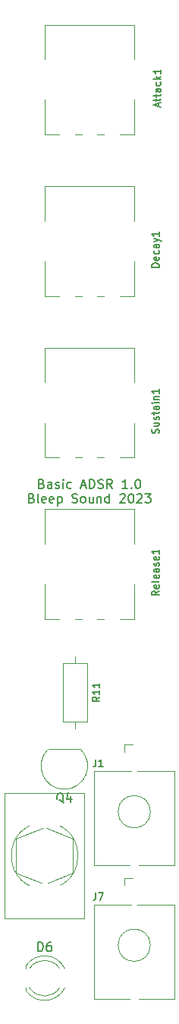
<source format=gto>
G04 #@! TF.GenerationSoftware,KiCad,Pcbnew,7.0.7-7.0.7~ubuntu22.04.1*
G04 #@! TF.CreationDate,2023-09-25T23:33:45+02:00*
G04 #@! TF.ProjectId,Basic-ADSR,42617369-632d-4414-9453-522e6b696361,rev?*
G04 #@! TF.SameCoordinates,Original*
G04 #@! TF.FileFunction,Legend,Top*
G04 #@! TF.FilePolarity,Positive*
%FSLAX46Y46*%
G04 Gerber Fmt 4.6, Leading zero omitted, Abs format (unit mm)*
G04 Created by KiCad (PCBNEW 7.0.7-7.0.7~ubuntu22.04.1) date 2023-09-25 23:33:45*
%MOMM*%
%LPD*%
G01*
G04 APERTURE LIST*
%ADD10C,0.150000*%
%ADD11C,0.120000*%
%ADD12R,1.800000X1.800000*%
%ADD13C,1.800000*%
%ADD14C,4.000000*%
%ADD15C,1.600000*%
%ADD16O,1.600000X1.600000*%
%ADD17O,5.000000X3.200000*%
%ADD18R,1.930000X1.830000*%
%ADD19C,2.130000*%
%ADD20C,3.200000*%
%ADD21R,1.050000X1.500000*%
%ADD22O,1.050000X1.500000*%
%ADD23R,1.700000X1.700000*%
%ADD24O,1.700000X1.700000*%
G04 APERTURE END LIST*
D10*
X68690476Y-85626009D02*
X68833333Y-85673628D01*
X68833333Y-85673628D02*
X68880952Y-85721247D01*
X68880952Y-85721247D02*
X68928571Y-85816485D01*
X68928571Y-85816485D02*
X68928571Y-85959342D01*
X68928571Y-85959342D02*
X68880952Y-86054580D01*
X68880952Y-86054580D02*
X68833333Y-86102200D01*
X68833333Y-86102200D02*
X68738095Y-86149819D01*
X68738095Y-86149819D02*
X68357143Y-86149819D01*
X68357143Y-86149819D02*
X68357143Y-85149819D01*
X68357143Y-85149819D02*
X68690476Y-85149819D01*
X68690476Y-85149819D02*
X68785714Y-85197438D01*
X68785714Y-85197438D02*
X68833333Y-85245057D01*
X68833333Y-85245057D02*
X68880952Y-85340295D01*
X68880952Y-85340295D02*
X68880952Y-85435533D01*
X68880952Y-85435533D02*
X68833333Y-85530771D01*
X68833333Y-85530771D02*
X68785714Y-85578390D01*
X68785714Y-85578390D02*
X68690476Y-85626009D01*
X68690476Y-85626009D02*
X68357143Y-85626009D01*
X69785714Y-86149819D02*
X69785714Y-85626009D01*
X69785714Y-85626009D02*
X69738095Y-85530771D01*
X69738095Y-85530771D02*
X69642857Y-85483152D01*
X69642857Y-85483152D02*
X69452381Y-85483152D01*
X69452381Y-85483152D02*
X69357143Y-85530771D01*
X69785714Y-86102200D02*
X69690476Y-86149819D01*
X69690476Y-86149819D02*
X69452381Y-86149819D01*
X69452381Y-86149819D02*
X69357143Y-86102200D01*
X69357143Y-86102200D02*
X69309524Y-86006961D01*
X69309524Y-86006961D02*
X69309524Y-85911723D01*
X69309524Y-85911723D02*
X69357143Y-85816485D01*
X69357143Y-85816485D02*
X69452381Y-85768866D01*
X69452381Y-85768866D02*
X69690476Y-85768866D01*
X69690476Y-85768866D02*
X69785714Y-85721247D01*
X70214286Y-86102200D02*
X70309524Y-86149819D01*
X70309524Y-86149819D02*
X70500000Y-86149819D01*
X70500000Y-86149819D02*
X70595238Y-86102200D01*
X70595238Y-86102200D02*
X70642857Y-86006961D01*
X70642857Y-86006961D02*
X70642857Y-85959342D01*
X70642857Y-85959342D02*
X70595238Y-85864104D01*
X70595238Y-85864104D02*
X70500000Y-85816485D01*
X70500000Y-85816485D02*
X70357143Y-85816485D01*
X70357143Y-85816485D02*
X70261905Y-85768866D01*
X70261905Y-85768866D02*
X70214286Y-85673628D01*
X70214286Y-85673628D02*
X70214286Y-85626009D01*
X70214286Y-85626009D02*
X70261905Y-85530771D01*
X70261905Y-85530771D02*
X70357143Y-85483152D01*
X70357143Y-85483152D02*
X70500000Y-85483152D01*
X70500000Y-85483152D02*
X70595238Y-85530771D01*
X71071429Y-86149819D02*
X71071429Y-85483152D01*
X71071429Y-85149819D02*
X71023810Y-85197438D01*
X71023810Y-85197438D02*
X71071429Y-85245057D01*
X71071429Y-85245057D02*
X71119048Y-85197438D01*
X71119048Y-85197438D02*
X71071429Y-85149819D01*
X71071429Y-85149819D02*
X71071429Y-85245057D01*
X71976190Y-86102200D02*
X71880952Y-86149819D01*
X71880952Y-86149819D02*
X71690476Y-86149819D01*
X71690476Y-86149819D02*
X71595238Y-86102200D01*
X71595238Y-86102200D02*
X71547619Y-86054580D01*
X71547619Y-86054580D02*
X71500000Y-85959342D01*
X71500000Y-85959342D02*
X71500000Y-85673628D01*
X71500000Y-85673628D02*
X71547619Y-85578390D01*
X71547619Y-85578390D02*
X71595238Y-85530771D01*
X71595238Y-85530771D02*
X71690476Y-85483152D01*
X71690476Y-85483152D02*
X71880952Y-85483152D01*
X71880952Y-85483152D02*
X71976190Y-85530771D01*
X73119048Y-85864104D02*
X73595238Y-85864104D01*
X73023810Y-86149819D02*
X73357143Y-85149819D01*
X73357143Y-85149819D02*
X73690476Y-86149819D01*
X74023810Y-86149819D02*
X74023810Y-85149819D01*
X74023810Y-85149819D02*
X74261905Y-85149819D01*
X74261905Y-85149819D02*
X74404762Y-85197438D01*
X74404762Y-85197438D02*
X74500000Y-85292676D01*
X74500000Y-85292676D02*
X74547619Y-85387914D01*
X74547619Y-85387914D02*
X74595238Y-85578390D01*
X74595238Y-85578390D02*
X74595238Y-85721247D01*
X74595238Y-85721247D02*
X74547619Y-85911723D01*
X74547619Y-85911723D02*
X74500000Y-86006961D01*
X74500000Y-86006961D02*
X74404762Y-86102200D01*
X74404762Y-86102200D02*
X74261905Y-86149819D01*
X74261905Y-86149819D02*
X74023810Y-86149819D01*
X74976191Y-86102200D02*
X75119048Y-86149819D01*
X75119048Y-86149819D02*
X75357143Y-86149819D01*
X75357143Y-86149819D02*
X75452381Y-86102200D01*
X75452381Y-86102200D02*
X75500000Y-86054580D01*
X75500000Y-86054580D02*
X75547619Y-85959342D01*
X75547619Y-85959342D02*
X75547619Y-85864104D01*
X75547619Y-85864104D02*
X75500000Y-85768866D01*
X75500000Y-85768866D02*
X75452381Y-85721247D01*
X75452381Y-85721247D02*
X75357143Y-85673628D01*
X75357143Y-85673628D02*
X75166667Y-85626009D01*
X75166667Y-85626009D02*
X75071429Y-85578390D01*
X75071429Y-85578390D02*
X75023810Y-85530771D01*
X75023810Y-85530771D02*
X74976191Y-85435533D01*
X74976191Y-85435533D02*
X74976191Y-85340295D01*
X74976191Y-85340295D02*
X75023810Y-85245057D01*
X75023810Y-85245057D02*
X75071429Y-85197438D01*
X75071429Y-85197438D02*
X75166667Y-85149819D01*
X75166667Y-85149819D02*
X75404762Y-85149819D01*
X75404762Y-85149819D02*
X75547619Y-85197438D01*
X76547619Y-86149819D02*
X76214286Y-85673628D01*
X75976191Y-86149819D02*
X75976191Y-85149819D01*
X75976191Y-85149819D02*
X76357143Y-85149819D01*
X76357143Y-85149819D02*
X76452381Y-85197438D01*
X76452381Y-85197438D02*
X76500000Y-85245057D01*
X76500000Y-85245057D02*
X76547619Y-85340295D01*
X76547619Y-85340295D02*
X76547619Y-85483152D01*
X76547619Y-85483152D02*
X76500000Y-85578390D01*
X76500000Y-85578390D02*
X76452381Y-85626009D01*
X76452381Y-85626009D02*
X76357143Y-85673628D01*
X76357143Y-85673628D02*
X75976191Y-85673628D01*
X78261905Y-86149819D02*
X77690477Y-86149819D01*
X77976191Y-86149819D02*
X77976191Y-85149819D01*
X77976191Y-85149819D02*
X77880953Y-85292676D01*
X77880953Y-85292676D02*
X77785715Y-85387914D01*
X77785715Y-85387914D02*
X77690477Y-85435533D01*
X78690477Y-86054580D02*
X78738096Y-86102200D01*
X78738096Y-86102200D02*
X78690477Y-86149819D01*
X78690477Y-86149819D02*
X78642858Y-86102200D01*
X78642858Y-86102200D02*
X78690477Y-86054580D01*
X78690477Y-86054580D02*
X78690477Y-86149819D01*
X79357143Y-85149819D02*
X79452381Y-85149819D01*
X79452381Y-85149819D02*
X79547619Y-85197438D01*
X79547619Y-85197438D02*
X79595238Y-85245057D01*
X79595238Y-85245057D02*
X79642857Y-85340295D01*
X79642857Y-85340295D02*
X79690476Y-85530771D01*
X79690476Y-85530771D02*
X79690476Y-85768866D01*
X79690476Y-85768866D02*
X79642857Y-85959342D01*
X79642857Y-85959342D02*
X79595238Y-86054580D01*
X79595238Y-86054580D02*
X79547619Y-86102200D01*
X79547619Y-86102200D02*
X79452381Y-86149819D01*
X79452381Y-86149819D02*
X79357143Y-86149819D01*
X79357143Y-86149819D02*
X79261905Y-86102200D01*
X79261905Y-86102200D02*
X79214286Y-86054580D01*
X79214286Y-86054580D02*
X79166667Y-85959342D01*
X79166667Y-85959342D02*
X79119048Y-85768866D01*
X79119048Y-85768866D02*
X79119048Y-85530771D01*
X79119048Y-85530771D02*
X79166667Y-85340295D01*
X79166667Y-85340295D02*
X79214286Y-85245057D01*
X79214286Y-85245057D02*
X79261905Y-85197438D01*
X79261905Y-85197438D02*
X79357143Y-85149819D01*
X67547618Y-87236009D02*
X67690475Y-87283628D01*
X67690475Y-87283628D02*
X67738094Y-87331247D01*
X67738094Y-87331247D02*
X67785713Y-87426485D01*
X67785713Y-87426485D02*
X67785713Y-87569342D01*
X67785713Y-87569342D02*
X67738094Y-87664580D01*
X67738094Y-87664580D02*
X67690475Y-87712200D01*
X67690475Y-87712200D02*
X67595237Y-87759819D01*
X67595237Y-87759819D02*
X67214285Y-87759819D01*
X67214285Y-87759819D02*
X67214285Y-86759819D01*
X67214285Y-86759819D02*
X67547618Y-86759819D01*
X67547618Y-86759819D02*
X67642856Y-86807438D01*
X67642856Y-86807438D02*
X67690475Y-86855057D01*
X67690475Y-86855057D02*
X67738094Y-86950295D01*
X67738094Y-86950295D02*
X67738094Y-87045533D01*
X67738094Y-87045533D02*
X67690475Y-87140771D01*
X67690475Y-87140771D02*
X67642856Y-87188390D01*
X67642856Y-87188390D02*
X67547618Y-87236009D01*
X67547618Y-87236009D02*
X67214285Y-87236009D01*
X68357142Y-87759819D02*
X68261904Y-87712200D01*
X68261904Y-87712200D02*
X68214285Y-87616961D01*
X68214285Y-87616961D02*
X68214285Y-86759819D01*
X69119047Y-87712200D02*
X69023809Y-87759819D01*
X69023809Y-87759819D02*
X68833333Y-87759819D01*
X68833333Y-87759819D02*
X68738095Y-87712200D01*
X68738095Y-87712200D02*
X68690476Y-87616961D01*
X68690476Y-87616961D02*
X68690476Y-87236009D01*
X68690476Y-87236009D02*
X68738095Y-87140771D01*
X68738095Y-87140771D02*
X68833333Y-87093152D01*
X68833333Y-87093152D02*
X69023809Y-87093152D01*
X69023809Y-87093152D02*
X69119047Y-87140771D01*
X69119047Y-87140771D02*
X69166666Y-87236009D01*
X69166666Y-87236009D02*
X69166666Y-87331247D01*
X69166666Y-87331247D02*
X68690476Y-87426485D01*
X69976190Y-87712200D02*
X69880952Y-87759819D01*
X69880952Y-87759819D02*
X69690476Y-87759819D01*
X69690476Y-87759819D02*
X69595238Y-87712200D01*
X69595238Y-87712200D02*
X69547619Y-87616961D01*
X69547619Y-87616961D02*
X69547619Y-87236009D01*
X69547619Y-87236009D02*
X69595238Y-87140771D01*
X69595238Y-87140771D02*
X69690476Y-87093152D01*
X69690476Y-87093152D02*
X69880952Y-87093152D01*
X69880952Y-87093152D02*
X69976190Y-87140771D01*
X69976190Y-87140771D02*
X70023809Y-87236009D01*
X70023809Y-87236009D02*
X70023809Y-87331247D01*
X70023809Y-87331247D02*
X69547619Y-87426485D01*
X70452381Y-87093152D02*
X70452381Y-88093152D01*
X70452381Y-87140771D02*
X70547619Y-87093152D01*
X70547619Y-87093152D02*
X70738095Y-87093152D01*
X70738095Y-87093152D02*
X70833333Y-87140771D01*
X70833333Y-87140771D02*
X70880952Y-87188390D01*
X70880952Y-87188390D02*
X70928571Y-87283628D01*
X70928571Y-87283628D02*
X70928571Y-87569342D01*
X70928571Y-87569342D02*
X70880952Y-87664580D01*
X70880952Y-87664580D02*
X70833333Y-87712200D01*
X70833333Y-87712200D02*
X70738095Y-87759819D01*
X70738095Y-87759819D02*
X70547619Y-87759819D01*
X70547619Y-87759819D02*
X70452381Y-87712200D01*
X72071429Y-87712200D02*
X72214286Y-87759819D01*
X72214286Y-87759819D02*
X72452381Y-87759819D01*
X72452381Y-87759819D02*
X72547619Y-87712200D01*
X72547619Y-87712200D02*
X72595238Y-87664580D01*
X72595238Y-87664580D02*
X72642857Y-87569342D01*
X72642857Y-87569342D02*
X72642857Y-87474104D01*
X72642857Y-87474104D02*
X72595238Y-87378866D01*
X72595238Y-87378866D02*
X72547619Y-87331247D01*
X72547619Y-87331247D02*
X72452381Y-87283628D01*
X72452381Y-87283628D02*
X72261905Y-87236009D01*
X72261905Y-87236009D02*
X72166667Y-87188390D01*
X72166667Y-87188390D02*
X72119048Y-87140771D01*
X72119048Y-87140771D02*
X72071429Y-87045533D01*
X72071429Y-87045533D02*
X72071429Y-86950295D01*
X72071429Y-86950295D02*
X72119048Y-86855057D01*
X72119048Y-86855057D02*
X72166667Y-86807438D01*
X72166667Y-86807438D02*
X72261905Y-86759819D01*
X72261905Y-86759819D02*
X72500000Y-86759819D01*
X72500000Y-86759819D02*
X72642857Y-86807438D01*
X73214286Y-87759819D02*
X73119048Y-87712200D01*
X73119048Y-87712200D02*
X73071429Y-87664580D01*
X73071429Y-87664580D02*
X73023810Y-87569342D01*
X73023810Y-87569342D02*
X73023810Y-87283628D01*
X73023810Y-87283628D02*
X73071429Y-87188390D01*
X73071429Y-87188390D02*
X73119048Y-87140771D01*
X73119048Y-87140771D02*
X73214286Y-87093152D01*
X73214286Y-87093152D02*
X73357143Y-87093152D01*
X73357143Y-87093152D02*
X73452381Y-87140771D01*
X73452381Y-87140771D02*
X73500000Y-87188390D01*
X73500000Y-87188390D02*
X73547619Y-87283628D01*
X73547619Y-87283628D02*
X73547619Y-87569342D01*
X73547619Y-87569342D02*
X73500000Y-87664580D01*
X73500000Y-87664580D02*
X73452381Y-87712200D01*
X73452381Y-87712200D02*
X73357143Y-87759819D01*
X73357143Y-87759819D02*
X73214286Y-87759819D01*
X74404762Y-87093152D02*
X74404762Y-87759819D01*
X73976191Y-87093152D02*
X73976191Y-87616961D01*
X73976191Y-87616961D02*
X74023810Y-87712200D01*
X74023810Y-87712200D02*
X74119048Y-87759819D01*
X74119048Y-87759819D02*
X74261905Y-87759819D01*
X74261905Y-87759819D02*
X74357143Y-87712200D01*
X74357143Y-87712200D02*
X74404762Y-87664580D01*
X74880953Y-87093152D02*
X74880953Y-87759819D01*
X74880953Y-87188390D02*
X74928572Y-87140771D01*
X74928572Y-87140771D02*
X75023810Y-87093152D01*
X75023810Y-87093152D02*
X75166667Y-87093152D01*
X75166667Y-87093152D02*
X75261905Y-87140771D01*
X75261905Y-87140771D02*
X75309524Y-87236009D01*
X75309524Y-87236009D02*
X75309524Y-87759819D01*
X76214286Y-87759819D02*
X76214286Y-86759819D01*
X76214286Y-87712200D02*
X76119048Y-87759819D01*
X76119048Y-87759819D02*
X75928572Y-87759819D01*
X75928572Y-87759819D02*
X75833334Y-87712200D01*
X75833334Y-87712200D02*
X75785715Y-87664580D01*
X75785715Y-87664580D02*
X75738096Y-87569342D01*
X75738096Y-87569342D02*
X75738096Y-87283628D01*
X75738096Y-87283628D02*
X75785715Y-87188390D01*
X75785715Y-87188390D02*
X75833334Y-87140771D01*
X75833334Y-87140771D02*
X75928572Y-87093152D01*
X75928572Y-87093152D02*
X76119048Y-87093152D01*
X76119048Y-87093152D02*
X76214286Y-87140771D01*
X77404763Y-86855057D02*
X77452382Y-86807438D01*
X77452382Y-86807438D02*
X77547620Y-86759819D01*
X77547620Y-86759819D02*
X77785715Y-86759819D01*
X77785715Y-86759819D02*
X77880953Y-86807438D01*
X77880953Y-86807438D02*
X77928572Y-86855057D01*
X77928572Y-86855057D02*
X77976191Y-86950295D01*
X77976191Y-86950295D02*
X77976191Y-87045533D01*
X77976191Y-87045533D02*
X77928572Y-87188390D01*
X77928572Y-87188390D02*
X77357144Y-87759819D01*
X77357144Y-87759819D02*
X77976191Y-87759819D01*
X78595239Y-86759819D02*
X78690477Y-86759819D01*
X78690477Y-86759819D02*
X78785715Y-86807438D01*
X78785715Y-86807438D02*
X78833334Y-86855057D01*
X78833334Y-86855057D02*
X78880953Y-86950295D01*
X78880953Y-86950295D02*
X78928572Y-87140771D01*
X78928572Y-87140771D02*
X78928572Y-87378866D01*
X78928572Y-87378866D02*
X78880953Y-87569342D01*
X78880953Y-87569342D02*
X78833334Y-87664580D01*
X78833334Y-87664580D02*
X78785715Y-87712200D01*
X78785715Y-87712200D02*
X78690477Y-87759819D01*
X78690477Y-87759819D02*
X78595239Y-87759819D01*
X78595239Y-87759819D02*
X78500001Y-87712200D01*
X78500001Y-87712200D02*
X78452382Y-87664580D01*
X78452382Y-87664580D02*
X78404763Y-87569342D01*
X78404763Y-87569342D02*
X78357144Y-87378866D01*
X78357144Y-87378866D02*
X78357144Y-87140771D01*
X78357144Y-87140771D02*
X78404763Y-86950295D01*
X78404763Y-86950295D02*
X78452382Y-86855057D01*
X78452382Y-86855057D02*
X78500001Y-86807438D01*
X78500001Y-86807438D02*
X78595239Y-86759819D01*
X79309525Y-86855057D02*
X79357144Y-86807438D01*
X79357144Y-86807438D02*
X79452382Y-86759819D01*
X79452382Y-86759819D02*
X79690477Y-86759819D01*
X79690477Y-86759819D02*
X79785715Y-86807438D01*
X79785715Y-86807438D02*
X79833334Y-86855057D01*
X79833334Y-86855057D02*
X79880953Y-86950295D01*
X79880953Y-86950295D02*
X79880953Y-87045533D01*
X79880953Y-87045533D02*
X79833334Y-87188390D01*
X79833334Y-87188390D02*
X79261906Y-87759819D01*
X79261906Y-87759819D02*
X79880953Y-87759819D01*
X80214287Y-86759819D02*
X80833334Y-86759819D01*
X80833334Y-86759819D02*
X80500001Y-87140771D01*
X80500001Y-87140771D02*
X80642858Y-87140771D01*
X80642858Y-87140771D02*
X80738096Y-87188390D01*
X80738096Y-87188390D02*
X80785715Y-87236009D01*
X80785715Y-87236009D02*
X80833334Y-87331247D01*
X80833334Y-87331247D02*
X80833334Y-87569342D01*
X80833334Y-87569342D02*
X80785715Y-87664580D01*
X80785715Y-87664580D02*
X80738096Y-87712200D01*
X80738096Y-87712200D02*
X80642858Y-87759819D01*
X80642858Y-87759819D02*
X80357144Y-87759819D01*
X80357144Y-87759819D02*
X80261906Y-87712200D01*
X80261906Y-87712200D02*
X80214287Y-87664580D01*
X68256905Y-137744819D02*
X68256905Y-136744819D01*
X68256905Y-136744819D02*
X68495000Y-136744819D01*
X68495000Y-136744819D02*
X68637857Y-136792438D01*
X68637857Y-136792438D02*
X68733095Y-136887676D01*
X68733095Y-136887676D02*
X68780714Y-136982914D01*
X68780714Y-136982914D02*
X68828333Y-137173390D01*
X68828333Y-137173390D02*
X68828333Y-137316247D01*
X68828333Y-137316247D02*
X68780714Y-137506723D01*
X68780714Y-137506723D02*
X68733095Y-137601961D01*
X68733095Y-137601961D02*
X68637857Y-137697200D01*
X68637857Y-137697200D02*
X68495000Y-137744819D01*
X68495000Y-137744819D02*
X68256905Y-137744819D01*
X69685476Y-136744819D02*
X69495000Y-136744819D01*
X69495000Y-136744819D02*
X69399762Y-136792438D01*
X69399762Y-136792438D02*
X69352143Y-136840057D01*
X69352143Y-136840057D02*
X69256905Y-136982914D01*
X69256905Y-136982914D02*
X69209286Y-137173390D01*
X69209286Y-137173390D02*
X69209286Y-137554342D01*
X69209286Y-137554342D02*
X69256905Y-137649580D01*
X69256905Y-137649580D02*
X69304524Y-137697200D01*
X69304524Y-137697200D02*
X69399762Y-137744819D01*
X69399762Y-137744819D02*
X69590238Y-137744819D01*
X69590238Y-137744819D02*
X69685476Y-137697200D01*
X69685476Y-137697200D02*
X69733095Y-137649580D01*
X69733095Y-137649580D02*
X69780714Y-137554342D01*
X69780714Y-137554342D02*
X69780714Y-137316247D01*
X69780714Y-137316247D02*
X69733095Y-137221009D01*
X69733095Y-137221009D02*
X69685476Y-137173390D01*
X69685476Y-137173390D02*
X69590238Y-137125771D01*
X69590238Y-137125771D02*
X69399762Y-137125771D01*
X69399762Y-137125771D02*
X69304524Y-137173390D01*
X69304524Y-137173390D02*
X69256905Y-137221009D01*
X69256905Y-137221009D02*
X69209286Y-137316247D01*
X81724200Y-79988096D02*
X81762295Y-79873810D01*
X81762295Y-79873810D02*
X81762295Y-79683334D01*
X81762295Y-79683334D02*
X81724200Y-79607143D01*
X81724200Y-79607143D02*
X81686104Y-79569048D01*
X81686104Y-79569048D02*
X81609914Y-79530953D01*
X81609914Y-79530953D02*
X81533723Y-79530953D01*
X81533723Y-79530953D02*
X81457533Y-79569048D01*
X81457533Y-79569048D02*
X81419438Y-79607143D01*
X81419438Y-79607143D02*
X81381342Y-79683334D01*
X81381342Y-79683334D02*
X81343247Y-79835715D01*
X81343247Y-79835715D02*
X81305152Y-79911905D01*
X81305152Y-79911905D02*
X81267057Y-79950000D01*
X81267057Y-79950000D02*
X81190866Y-79988096D01*
X81190866Y-79988096D02*
X81114676Y-79988096D01*
X81114676Y-79988096D02*
X81038485Y-79950000D01*
X81038485Y-79950000D02*
X81000390Y-79911905D01*
X81000390Y-79911905D02*
X80962295Y-79835715D01*
X80962295Y-79835715D02*
X80962295Y-79645238D01*
X80962295Y-79645238D02*
X81000390Y-79530953D01*
X81228961Y-78845238D02*
X81762295Y-78845238D01*
X81228961Y-79188095D02*
X81648009Y-79188095D01*
X81648009Y-79188095D02*
X81724200Y-79150000D01*
X81724200Y-79150000D02*
X81762295Y-79073810D01*
X81762295Y-79073810D02*
X81762295Y-78959524D01*
X81762295Y-78959524D02*
X81724200Y-78883333D01*
X81724200Y-78883333D02*
X81686104Y-78845238D01*
X81724200Y-78502381D02*
X81762295Y-78426190D01*
X81762295Y-78426190D02*
X81762295Y-78273809D01*
X81762295Y-78273809D02*
X81724200Y-78197619D01*
X81724200Y-78197619D02*
X81648009Y-78159523D01*
X81648009Y-78159523D02*
X81609914Y-78159523D01*
X81609914Y-78159523D02*
X81533723Y-78197619D01*
X81533723Y-78197619D02*
X81495628Y-78273809D01*
X81495628Y-78273809D02*
X81495628Y-78388095D01*
X81495628Y-78388095D02*
X81457533Y-78464285D01*
X81457533Y-78464285D02*
X81381342Y-78502381D01*
X81381342Y-78502381D02*
X81343247Y-78502381D01*
X81343247Y-78502381D02*
X81267057Y-78464285D01*
X81267057Y-78464285D02*
X81228961Y-78388095D01*
X81228961Y-78388095D02*
X81228961Y-78273809D01*
X81228961Y-78273809D02*
X81267057Y-78197619D01*
X81228961Y-77930952D02*
X81228961Y-77626190D01*
X80962295Y-77816666D02*
X81648009Y-77816666D01*
X81648009Y-77816666D02*
X81724200Y-77778571D01*
X81724200Y-77778571D02*
X81762295Y-77702381D01*
X81762295Y-77702381D02*
X81762295Y-77626190D01*
X81762295Y-77016666D02*
X81343247Y-77016666D01*
X81343247Y-77016666D02*
X81267057Y-77054761D01*
X81267057Y-77054761D02*
X81228961Y-77130952D01*
X81228961Y-77130952D02*
X81228961Y-77283333D01*
X81228961Y-77283333D02*
X81267057Y-77359523D01*
X81724200Y-77016666D02*
X81762295Y-77092857D01*
X81762295Y-77092857D02*
X81762295Y-77283333D01*
X81762295Y-77283333D02*
X81724200Y-77359523D01*
X81724200Y-77359523D02*
X81648009Y-77397619D01*
X81648009Y-77397619D02*
X81571819Y-77397619D01*
X81571819Y-77397619D02*
X81495628Y-77359523D01*
X81495628Y-77359523D02*
X81457533Y-77283333D01*
X81457533Y-77283333D02*
X81457533Y-77092857D01*
X81457533Y-77092857D02*
X81419438Y-77016666D01*
X81762295Y-76635713D02*
X81228961Y-76635713D01*
X80962295Y-76635713D02*
X81000390Y-76673809D01*
X81000390Y-76673809D02*
X81038485Y-76635713D01*
X81038485Y-76635713D02*
X81000390Y-76597618D01*
X81000390Y-76597618D02*
X80962295Y-76635713D01*
X80962295Y-76635713D02*
X81038485Y-76635713D01*
X81228961Y-76254761D02*
X81762295Y-76254761D01*
X81305152Y-76254761D02*
X81267057Y-76216666D01*
X81267057Y-76216666D02*
X81228961Y-76140476D01*
X81228961Y-76140476D02*
X81228961Y-76026190D01*
X81228961Y-76026190D02*
X81267057Y-75949999D01*
X81267057Y-75949999D02*
X81343247Y-75911904D01*
X81343247Y-75911904D02*
X81762295Y-75911904D01*
X81762295Y-75111904D02*
X81762295Y-75569047D01*
X81762295Y-75340475D02*
X80962295Y-75340475D01*
X80962295Y-75340475D02*
X81076580Y-75416666D01*
X81076580Y-75416666D02*
X81152771Y-75492856D01*
X81152771Y-75492856D02*
X81190866Y-75569047D01*
X75132295Y-109414285D02*
X74751342Y-109680952D01*
X75132295Y-109871428D02*
X74332295Y-109871428D01*
X74332295Y-109871428D02*
X74332295Y-109566666D01*
X74332295Y-109566666D02*
X74370390Y-109490476D01*
X74370390Y-109490476D02*
X74408485Y-109452381D01*
X74408485Y-109452381D02*
X74484676Y-109414285D01*
X74484676Y-109414285D02*
X74598961Y-109414285D01*
X74598961Y-109414285D02*
X74675152Y-109452381D01*
X74675152Y-109452381D02*
X74713247Y-109490476D01*
X74713247Y-109490476D02*
X74751342Y-109566666D01*
X74751342Y-109566666D02*
X74751342Y-109871428D01*
X75132295Y-108652381D02*
X75132295Y-109109524D01*
X75132295Y-108880952D02*
X74332295Y-108880952D01*
X74332295Y-108880952D02*
X74446580Y-108957143D01*
X74446580Y-108957143D02*
X74522771Y-109033333D01*
X74522771Y-109033333D02*
X74560866Y-109109524D01*
X75132295Y-107890476D02*
X75132295Y-108347619D01*
X75132295Y-108119047D02*
X74332295Y-108119047D01*
X74332295Y-108119047D02*
X74446580Y-108195238D01*
X74446580Y-108195238D02*
X74522771Y-108271428D01*
X74522771Y-108271428D02*
X74560866Y-108347619D01*
X81762295Y-61492856D02*
X80962295Y-61492856D01*
X80962295Y-61492856D02*
X80962295Y-61302380D01*
X80962295Y-61302380D02*
X81000390Y-61188094D01*
X81000390Y-61188094D02*
X81076580Y-61111904D01*
X81076580Y-61111904D02*
X81152771Y-61073809D01*
X81152771Y-61073809D02*
X81305152Y-61035713D01*
X81305152Y-61035713D02*
X81419438Y-61035713D01*
X81419438Y-61035713D02*
X81571819Y-61073809D01*
X81571819Y-61073809D02*
X81648009Y-61111904D01*
X81648009Y-61111904D02*
X81724200Y-61188094D01*
X81724200Y-61188094D02*
X81762295Y-61302380D01*
X81762295Y-61302380D02*
X81762295Y-61492856D01*
X81724200Y-60388094D02*
X81762295Y-60464285D01*
X81762295Y-60464285D02*
X81762295Y-60616666D01*
X81762295Y-60616666D02*
X81724200Y-60692856D01*
X81724200Y-60692856D02*
X81648009Y-60730952D01*
X81648009Y-60730952D02*
X81343247Y-60730952D01*
X81343247Y-60730952D02*
X81267057Y-60692856D01*
X81267057Y-60692856D02*
X81228961Y-60616666D01*
X81228961Y-60616666D02*
X81228961Y-60464285D01*
X81228961Y-60464285D02*
X81267057Y-60388094D01*
X81267057Y-60388094D02*
X81343247Y-60349999D01*
X81343247Y-60349999D02*
X81419438Y-60349999D01*
X81419438Y-60349999D02*
X81495628Y-60730952D01*
X81724200Y-59664285D02*
X81762295Y-59740476D01*
X81762295Y-59740476D02*
X81762295Y-59892857D01*
X81762295Y-59892857D02*
X81724200Y-59969047D01*
X81724200Y-59969047D02*
X81686104Y-60007142D01*
X81686104Y-60007142D02*
X81609914Y-60045238D01*
X81609914Y-60045238D02*
X81381342Y-60045238D01*
X81381342Y-60045238D02*
X81305152Y-60007142D01*
X81305152Y-60007142D02*
X81267057Y-59969047D01*
X81267057Y-59969047D02*
X81228961Y-59892857D01*
X81228961Y-59892857D02*
X81228961Y-59740476D01*
X81228961Y-59740476D02*
X81267057Y-59664285D01*
X81762295Y-58978571D02*
X81343247Y-58978571D01*
X81343247Y-58978571D02*
X81267057Y-59016666D01*
X81267057Y-59016666D02*
X81228961Y-59092857D01*
X81228961Y-59092857D02*
X81228961Y-59245238D01*
X81228961Y-59245238D02*
X81267057Y-59321428D01*
X81724200Y-58978571D02*
X81762295Y-59054762D01*
X81762295Y-59054762D02*
X81762295Y-59245238D01*
X81762295Y-59245238D02*
X81724200Y-59321428D01*
X81724200Y-59321428D02*
X81648009Y-59359524D01*
X81648009Y-59359524D02*
X81571819Y-59359524D01*
X81571819Y-59359524D02*
X81495628Y-59321428D01*
X81495628Y-59321428D02*
X81457533Y-59245238D01*
X81457533Y-59245238D02*
X81457533Y-59054762D01*
X81457533Y-59054762D02*
X81419438Y-58978571D01*
X81228961Y-58673809D02*
X81762295Y-58483333D01*
X81228961Y-58292856D02*
X81762295Y-58483333D01*
X81762295Y-58483333D02*
X81952771Y-58559523D01*
X81952771Y-58559523D02*
X81990866Y-58597618D01*
X81990866Y-58597618D02*
X82028961Y-58673809D01*
X81762295Y-57569047D02*
X81762295Y-58026190D01*
X81762295Y-57797618D02*
X80962295Y-57797618D01*
X80962295Y-57797618D02*
X81076580Y-57873809D01*
X81076580Y-57873809D02*
X81152771Y-57949999D01*
X81152771Y-57949999D02*
X81190866Y-58026190D01*
X81762295Y-97607142D02*
X81381342Y-97873809D01*
X81762295Y-98064285D02*
X80962295Y-98064285D01*
X80962295Y-98064285D02*
X80962295Y-97759523D01*
X80962295Y-97759523D02*
X81000390Y-97683333D01*
X81000390Y-97683333D02*
X81038485Y-97645238D01*
X81038485Y-97645238D02*
X81114676Y-97607142D01*
X81114676Y-97607142D02*
X81228961Y-97607142D01*
X81228961Y-97607142D02*
X81305152Y-97645238D01*
X81305152Y-97645238D02*
X81343247Y-97683333D01*
X81343247Y-97683333D02*
X81381342Y-97759523D01*
X81381342Y-97759523D02*
X81381342Y-98064285D01*
X81724200Y-96959523D02*
X81762295Y-97035714D01*
X81762295Y-97035714D02*
X81762295Y-97188095D01*
X81762295Y-97188095D02*
X81724200Y-97264285D01*
X81724200Y-97264285D02*
X81648009Y-97302381D01*
X81648009Y-97302381D02*
X81343247Y-97302381D01*
X81343247Y-97302381D02*
X81267057Y-97264285D01*
X81267057Y-97264285D02*
X81228961Y-97188095D01*
X81228961Y-97188095D02*
X81228961Y-97035714D01*
X81228961Y-97035714D02*
X81267057Y-96959523D01*
X81267057Y-96959523D02*
X81343247Y-96921428D01*
X81343247Y-96921428D02*
X81419438Y-96921428D01*
X81419438Y-96921428D02*
X81495628Y-97302381D01*
X81762295Y-96464286D02*
X81724200Y-96540476D01*
X81724200Y-96540476D02*
X81648009Y-96578571D01*
X81648009Y-96578571D02*
X80962295Y-96578571D01*
X81724200Y-95854761D02*
X81762295Y-95930952D01*
X81762295Y-95930952D02*
X81762295Y-96083333D01*
X81762295Y-96083333D02*
X81724200Y-96159523D01*
X81724200Y-96159523D02*
X81648009Y-96197619D01*
X81648009Y-96197619D02*
X81343247Y-96197619D01*
X81343247Y-96197619D02*
X81267057Y-96159523D01*
X81267057Y-96159523D02*
X81228961Y-96083333D01*
X81228961Y-96083333D02*
X81228961Y-95930952D01*
X81228961Y-95930952D02*
X81267057Y-95854761D01*
X81267057Y-95854761D02*
X81343247Y-95816666D01*
X81343247Y-95816666D02*
X81419438Y-95816666D01*
X81419438Y-95816666D02*
X81495628Y-96197619D01*
X81762295Y-95130952D02*
X81343247Y-95130952D01*
X81343247Y-95130952D02*
X81267057Y-95169047D01*
X81267057Y-95169047D02*
X81228961Y-95245238D01*
X81228961Y-95245238D02*
X81228961Y-95397619D01*
X81228961Y-95397619D02*
X81267057Y-95473809D01*
X81724200Y-95130952D02*
X81762295Y-95207143D01*
X81762295Y-95207143D02*
X81762295Y-95397619D01*
X81762295Y-95397619D02*
X81724200Y-95473809D01*
X81724200Y-95473809D02*
X81648009Y-95511905D01*
X81648009Y-95511905D02*
X81571819Y-95511905D01*
X81571819Y-95511905D02*
X81495628Y-95473809D01*
X81495628Y-95473809D02*
X81457533Y-95397619D01*
X81457533Y-95397619D02*
X81457533Y-95207143D01*
X81457533Y-95207143D02*
X81419438Y-95130952D01*
X81724200Y-94788095D02*
X81762295Y-94711904D01*
X81762295Y-94711904D02*
X81762295Y-94559523D01*
X81762295Y-94559523D02*
X81724200Y-94483333D01*
X81724200Y-94483333D02*
X81648009Y-94445237D01*
X81648009Y-94445237D02*
X81609914Y-94445237D01*
X81609914Y-94445237D02*
X81533723Y-94483333D01*
X81533723Y-94483333D02*
X81495628Y-94559523D01*
X81495628Y-94559523D02*
X81495628Y-94673809D01*
X81495628Y-94673809D02*
X81457533Y-94749999D01*
X81457533Y-94749999D02*
X81381342Y-94788095D01*
X81381342Y-94788095D02*
X81343247Y-94788095D01*
X81343247Y-94788095D02*
X81267057Y-94749999D01*
X81267057Y-94749999D02*
X81228961Y-94673809D01*
X81228961Y-94673809D02*
X81228961Y-94559523D01*
X81228961Y-94559523D02*
X81267057Y-94483333D01*
X81724200Y-93797618D02*
X81762295Y-93873809D01*
X81762295Y-93873809D02*
X81762295Y-94026190D01*
X81762295Y-94026190D02*
X81724200Y-94102380D01*
X81724200Y-94102380D02*
X81648009Y-94140476D01*
X81648009Y-94140476D02*
X81343247Y-94140476D01*
X81343247Y-94140476D02*
X81267057Y-94102380D01*
X81267057Y-94102380D02*
X81228961Y-94026190D01*
X81228961Y-94026190D02*
X81228961Y-93873809D01*
X81228961Y-93873809D02*
X81267057Y-93797618D01*
X81267057Y-93797618D02*
X81343247Y-93759523D01*
X81343247Y-93759523D02*
X81419438Y-93759523D01*
X81419438Y-93759523D02*
X81495628Y-94140476D01*
X81762295Y-92997619D02*
X81762295Y-93454762D01*
X81762295Y-93226190D02*
X80962295Y-93226190D01*
X80962295Y-93226190D02*
X81076580Y-93302381D01*
X81076580Y-93302381D02*
X81152771Y-93378571D01*
X81152771Y-93378571D02*
X81190866Y-93454762D01*
X74703333Y-131242295D02*
X74703333Y-131813723D01*
X74703333Y-131813723D02*
X74665238Y-131928009D01*
X74665238Y-131928009D02*
X74589047Y-132004200D01*
X74589047Y-132004200D02*
X74474762Y-132042295D01*
X74474762Y-132042295D02*
X74398571Y-132042295D01*
X75008095Y-131242295D02*
X75541429Y-131242295D01*
X75541429Y-131242295D02*
X75198571Y-132042295D01*
X74703333Y-116362295D02*
X74703333Y-116933723D01*
X74703333Y-116933723D02*
X74665238Y-117048009D01*
X74665238Y-117048009D02*
X74589047Y-117124200D01*
X74589047Y-117124200D02*
X74474762Y-117162295D01*
X74474762Y-117162295D02*
X74398571Y-117162295D01*
X75503333Y-117162295D02*
X75046190Y-117162295D01*
X75274762Y-117162295D02*
X75274762Y-116362295D01*
X75274762Y-116362295D02*
X75198571Y-116476580D01*
X75198571Y-116476580D02*
X75122381Y-116552771D01*
X75122381Y-116552771D02*
X75046190Y-116590866D01*
X81733723Y-43607143D02*
X81733723Y-43226190D01*
X81962295Y-43683333D02*
X81162295Y-43416666D01*
X81162295Y-43416666D02*
X81962295Y-43150000D01*
X81428961Y-42997619D02*
X81428961Y-42692857D01*
X81162295Y-42883333D02*
X81848009Y-42883333D01*
X81848009Y-42883333D02*
X81924200Y-42845238D01*
X81924200Y-42845238D02*
X81962295Y-42769048D01*
X81962295Y-42769048D02*
X81962295Y-42692857D01*
X81428961Y-42540476D02*
X81428961Y-42235714D01*
X81162295Y-42426190D02*
X81848009Y-42426190D01*
X81848009Y-42426190D02*
X81924200Y-42388095D01*
X81924200Y-42388095D02*
X81962295Y-42311905D01*
X81962295Y-42311905D02*
X81962295Y-42235714D01*
X81962295Y-41626190D02*
X81543247Y-41626190D01*
X81543247Y-41626190D02*
X81467057Y-41664285D01*
X81467057Y-41664285D02*
X81428961Y-41740476D01*
X81428961Y-41740476D02*
X81428961Y-41892857D01*
X81428961Y-41892857D02*
X81467057Y-41969047D01*
X81924200Y-41626190D02*
X81962295Y-41702381D01*
X81962295Y-41702381D02*
X81962295Y-41892857D01*
X81962295Y-41892857D02*
X81924200Y-41969047D01*
X81924200Y-41969047D02*
X81848009Y-42007143D01*
X81848009Y-42007143D02*
X81771819Y-42007143D01*
X81771819Y-42007143D02*
X81695628Y-41969047D01*
X81695628Y-41969047D02*
X81657533Y-41892857D01*
X81657533Y-41892857D02*
X81657533Y-41702381D01*
X81657533Y-41702381D02*
X81619438Y-41626190D01*
X81924200Y-40902380D02*
X81962295Y-40978571D01*
X81962295Y-40978571D02*
X81962295Y-41130952D01*
X81962295Y-41130952D02*
X81924200Y-41207142D01*
X81924200Y-41207142D02*
X81886104Y-41245237D01*
X81886104Y-41245237D02*
X81809914Y-41283333D01*
X81809914Y-41283333D02*
X81581342Y-41283333D01*
X81581342Y-41283333D02*
X81505152Y-41245237D01*
X81505152Y-41245237D02*
X81467057Y-41207142D01*
X81467057Y-41207142D02*
X81428961Y-41130952D01*
X81428961Y-41130952D02*
X81428961Y-40978571D01*
X81428961Y-40978571D02*
X81467057Y-40902380D01*
X81962295Y-40559523D02*
X81162295Y-40559523D01*
X81657533Y-40483333D02*
X81962295Y-40254761D01*
X81428961Y-40254761D02*
X81733723Y-40559523D01*
X81962295Y-39492857D02*
X81962295Y-39950000D01*
X81962295Y-39721428D02*
X81162295Y-39721428D01*
X81162295Y-39721428D02*
X81276580Y-39797619D01*
X81276580Y-39797619D02*
X81352771Y-39873809D01*
X81352771Y-39873809D02*
X81390866Y-39950000D01*
X71104761Y-121210057D02*
X71009523Y-121162438D01*
X71009523Y-121162438D02*
X70914285Y-121067200D01*
X70914285Y-121067200D02*
X70771428Y-120924342D01*
X70771428Y-120924342D02*
X70676190Y-120876723D01*
X70676190Y-120876723D02*
X70580952Y-120876723D01*
X70628571Y-121114819D02*
X70533333Y-121067200D01*
X70533333Y-121067200D02*
X70438095Y-120971961D01*
X70438095Y-120971961D02*
X70390476Y-120781485D01*
X70390476Y-120781485D02*
X70390476Y-120448152D01*
X70390476Y-120448152D02*
X70438095Y-120257676D01*
X70438095Y-120257676D02*
X70533333Y-120162438D01*
X70533333Y-120162438D02*
X70628571Y-120114819D01*
X70628571Y-120114819D02*
X70819047Y-120114819D01*
X70819047Y-120114819D02*
X70914285Y-120162438D01*
X70914285Y-120162438D02*
X71009523Y-120257676D01*
X71009523Y-120257676D02*
X71057142Y-120448152D01*
X71057142Y-120448152D02*
X71057142Y-120781485D01*
X71057142Y-120781485D02*
X71009523Y-120971961D01*
X71009523Y-120971961D02*
X70914285Y-121067200D01*
X70914285Y-121067200D02*
X70819047Y-121114819D01*
X70819047Y-121114819D02*
X70628571Y-121114819D01*
X71914285Y-120448152D02*
X71914285Y-121114819D01*
X71676190Y-120067200D02*
X71438095Y-120781485D01*
X71438095Y-120781485D02*
X72057142Y-120781485D01*
D11*
X66935000Y-139351000D02*
X66935000Y-139670000D01*
X66935000Y-141830000D02*
X66935000Y-142149000D01*
X71238241Y-139669276D02*
G75*
G03*
X66935001Y-139351251I-2243241J-1080724D01*
G01*
X70677712Y-139669040D02*
G75*
G03*
X67311671Y-139670001I-1682712J-1080960D01*
G01*
X67311671Y-141829999D02*
G75*
G03*
X70677712Y-141830960I1683329J1079999D01*
G01*
X66935001Y-142148749D02*
G75*
G03*
X71238241Y-141830724I2059999J1398749D01*
G01*
X69030000Y-82720000D02*
X70629000Y-82720000D01*
X69030000Y-82720000D02*
X69030000Y-78855000D01*
X72371000Y-82720000D02*
X73130000Y-82720000D01*
X74871000Y-82720000D02*
X75630000Y-82720000D01*
X77370000Y-82720000D02*
X78970000Y-82720000D01*
X78970000Y-82720000D02*
X78970000Y-78855000D01*
X69030000Y-74345000D02*
X69030000Y-70480000D01*
X78970000Y-74345000D02*
X78970000Y-70480000D01*
X69030000Y-70480000D02*
X78970000Y-70480000D01*
X72400000Y-104860000D02*
X72400000Y-105630000D01*
X73770000Y-105630000D02*
X71030000Y-105630000D01*
X71030000Y-105630000D02*
X71030000Y-112170000D01*
X73770000Y-112170000D02*
X73770000Y-105630000D01*
X71030000Y-112170000D02*
X73770000Y-112170000D01*
X72400000Y-112940000D02*
X72400000Y-112170000D01*
X69030000Y-64720000D02*
X70629000Y-64720000D01*
X69030000Y-64720000D02*
X69030000Y-60855000D01*
X72371000Y-64720000D02*
X73130000Y-64720000D01*
X74871000Y-64720000D02*
X75630000Y-64720000D01*
X77370000Y-64720000D02*
X78970000Y-64720000D01*
X78970000Y-64720000D02*
X78970000Y-60855000D01*
X69030000Y-56345000D02*
X69030000Y-52480000D01*
X78970000Y-56345000D02*
X78970000Y-52480000D01*
X69030000Y-52480000D02*
X78970000Y-52480000D01*
X69030000Y-100720000D02*
X70629000Y-100720000D01*
X69030000Y-100720000D02*
X69030000Y-96855000D01*
X72371000Y-100720000D02*
X73130000Y-100720000D01*
X74871000Y-100720000D02*
X75630000Y-100720000D01*
X77370000Y-100720000D02*
X78970000Y-100720000D01*
X78970000Y-100720000D02*
X78970000Y-96855000D01*
X69030000Y-92345000D02*
X69030000Y-88480000D01*
X78970000Y-92345000D02*
X78970000Y-88480000D01*
X69030000Y-88480000D02*
X78970000Y-88480000D01*
X64555000Y-134085000D02*
X64555000Y-120115000D01*
X73445000Y-134085000D02*
X64555000Y-134085000D01*
X69000000Y-130275000D02*
X65825000Y-129005000D01*
X65825000Y-129005000D02*
X65825000Y-125195000D01*
X72175000Y-129005000D02*
X69000000Y-130275000D01*
X65825000Y-125195000D02*
X69000000Y-123925000D01*
X72175000Y-125195000D02*
X72175000Y-129005000D01*
X69000000Y-123925000D02*
X72175000Y-125195000D01*
X64555000Y-120115000D02*
X73445000Y-120115000D01*
X73445000Y-120115000D02*
X73445000Y-134085000D01*
X72702654Y-127100000D02*
G75*
G03*
X72702654Y-127100000I-3702654J0D01*
G01*
X74500000Y-132580000D02*
X74500000Y-143080000D01*
X77940000Y-129600000D02*
X77940000Y-130400000D01*
X77940000Y-129600000D02*
X78800000Y-129600000D01*
X78500000Y-143080000D02*
X74500000Y-143080000D01*
X78650000Y-132580000D02*
X74500000Y-132580000D01*
X83500000Y-132580000D02*
X79350000Y-132580000D01*
X83500000Y-132580000D02*
X83500000Y-143080000D01*
X83500000Y-143080000D02*
X79500000Y-143080000D01*
X80800000Y-137080000D02*
G75*
G03*
X80800000Y-137080000I-1800000J0D01*
G01*
X74500000Y-117700000D02*
X74500000Y-128200000D01*
X77940000Y-114720000D02*
X77940000Y-115520000D01*
X77940000Y-114720000D02*
X78800000Y-114720000D01*
X78500000Y-128200000D02*
X74500000Y-128200000D01*
X78650000Y-117700000D02*
X74500000Y-117700000D01*
X83500000Y-117700000D02*
X79350000Y-117700000D01*
X83500000Y-117700000D02*
X83500000Y-128200000D01*
X83500000Y-128200000D02*
X79500000Y-128200000D01*
X80800000Y-122200000D02*
G75*
G03*
X80800000Y-122200000I-1800000J0D01*
G01*
X69030000Y-46720000D02*
X70629000Y-46720000D01*
X69030000Y-46720000D02*
X69030000Y-42855000D01*
X72371000Y-46720000D02*
X73130000Y-46720000D01*
X74871000Y-46720000D02*
X75630000Y-46720000D01*
X77370000Y-46720000D02*
X78970000Y-46720000D01*
X78970000Y-46720000D02*
X78970000Y-42855000D01*
X69030000Y-38345000D02*
X69030000Y-34480000D01*
X78970000Y-38345000D02*
X78970000Y-34480000D01*
X69030000Y-34480000D02*
X78970000Y-34480000D01*
X73000000Y-115250000D02*
X69400000Y-115250000D01*
X71200000Y-119700000D02*
G75*
G03*
X73038478Y-115261522I0J2600000D01*
G01*
X69361522Y-115261522D02*
G75*
G03*
X71200000Y-119700000I1838478J-1838478D01*
G01*
%LPC*%
D12*
X67725000Y-140750000D03*
D13*
X70265000Y-140750000D03*
D14*
X69600000Y-76600000D03*
X78400000Y-76600000D03*
D13*
X71500000Y-83600000D03*
X74000000Y-83600000D03*
X76500000Y-83600000D03*
D15*
X72400000Y-103820000D03*
D16*
X72400000Y-113980000D03*
D14*
X69600000Y-58600000D03*
X78400000Y-58600000D03*
D13*
X71500000Y-65600000D03*
X74000000Y-65600000D03*
X76500000Y-65600000D03*
D14*
X69600000Y-94600000D03*
X78400000Y-94600000D03*
D13*
X71500000Y-101600000D03*
X74000000Y-101600000D03*
X76500000Y-101600000D03*
D17*
X69000000Y-131800000D03*
X69000000Y-127100000D03*
X69000000Y-122400000D03*
D18*
X79000000Y-130600000D03*
D19*
X79000000Y-142000000D03*
X79000000Y-133700000D03*
D18*
X79000000Y-115720000D03*
D19*
X79000000Y-127120000D03*
X79000000Y-118820000D03*
D20*
X80000000Y-107700000D03*
D14*
X69600000Y-40600000D03*
X78400000Y-40600000D03*
D13*
X71500000Y-47600000D03*
X74000000Y-47600000D03*
X76500000Y-47600000D03*
D21*
X72470000Y-117100000D03*
D22*
X71200000Y-117100000D03*
X69930000Y-117100000D03*
D23*
X65800000Y-49100000D03*
D24*
X65800000Y-51640000D03*
X65800000Y-54180000D03*
X65800000Y-56720000D03*
X65800000Y-59260000D03*
X65800000Y-61800000D03*
X65800000Y-64340000D03*
X65800000Y-66880000D03*
D23*
X65800000Y-100500000D03*
D24*
X65800000Y-103040000D03*
X65800000Y-105580000D03*
X65800000Y-108120000D03*
X65800000Y-110660000D03*
X65800000Y-113200000D03*
X65800000Y-115740000D03*
X65800000Y-118280000D03*
%LPD*%
M02*

</source>
